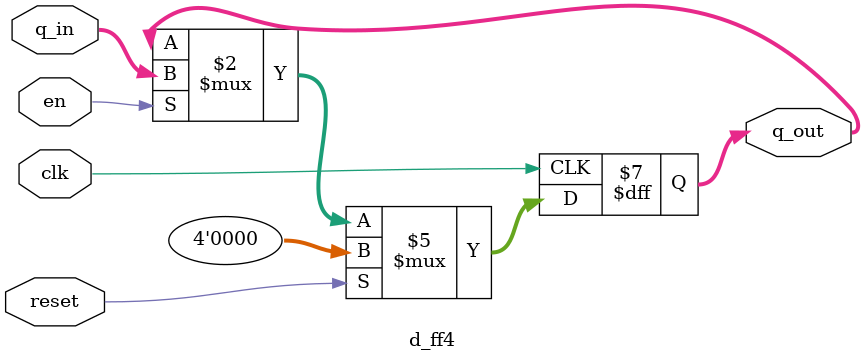
<source format=sv>
module d_ff4(
    input logic clk,reset,en,
    input logic [3:0] q_in,
    output logic [3:0] q_out
);

always_ff @(posedge clk) begin
    if(reset)
        q_out <= 4'b0;
    else begin
        if (en)
          q_out <= q_in;
    end
end


endmodule
</source>
